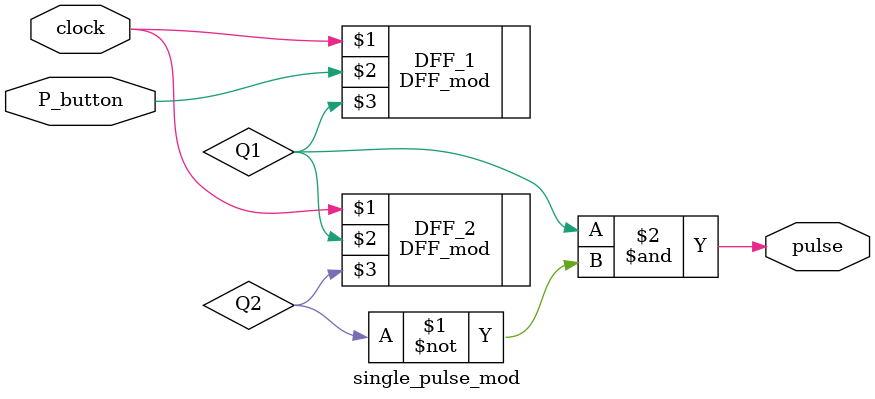
<source format=v>
`timescale 1ns / 1ps


module single_pulse_mod (input clock, P_button, output pulse);
    
    wire Q1, Q2;
    
    DFF_mod DFF_1 (clock, P_button, Q1);
    DFF_mod DFF_2 (clock, Q1, Q2);
    and U1 (pulse, Q1, ~Q2); 
    
endmodule

</source>
